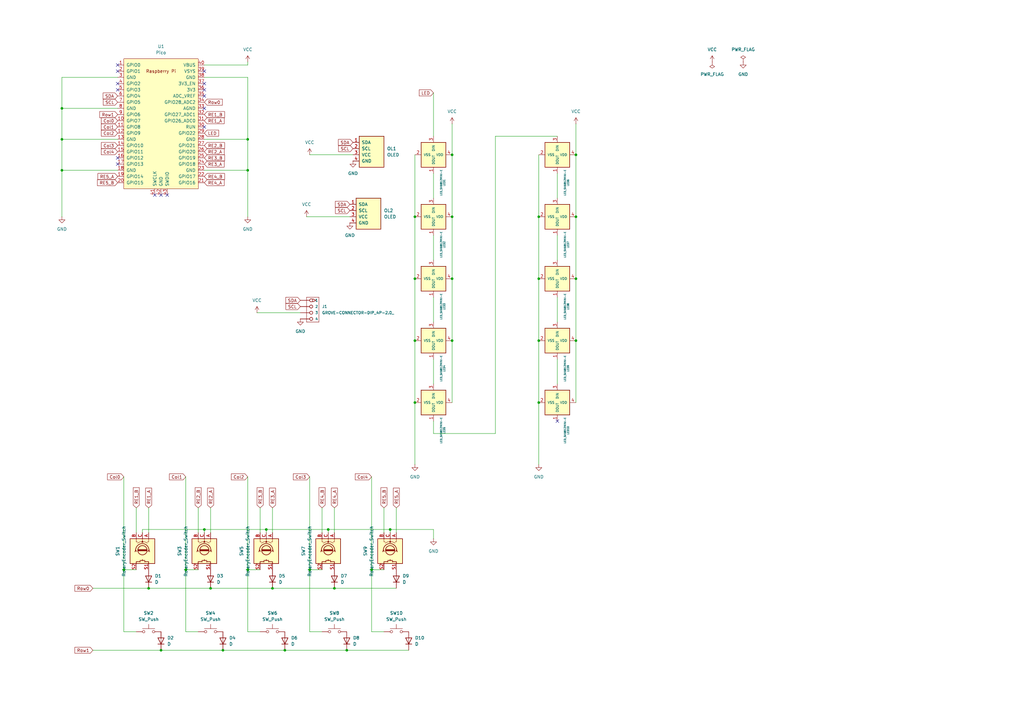
<source format=kicad_sch>
(kicad_sch (version 20231120) (generator "eeschema") (generator_version "8.0")
  (paper "A3")
  (lib_symbols
    (symbol "BrownSugar_KBD:OLED" (pin_names (offset 1.016))
      (property "Reference" "OL" (at 0 7.62 0))
      (property "Value" "OLED" (at 0 -7.62 0))
      (symbol "OLED_0_1"
        (rectangle (start -5.08 6.35) (end 5.08 -6.35) (stroke (width 0.254)) (fill (type background)))
      )
      (symbol "OLED_1_1"
        (pin bidirectional line (at -7.62 3.81 0) (length 2.54) (name "SDA") (number "1"))
        (pin bidirectional line (at -7.62 1.27 0) (length 2.54) (name "SCL") (number "2"))
        (pin power_in line (at -7.62 -1.27 0) (length 2.54) (name "VCC") (number "3"))
        (pin power_in line (at -7.62 -3.81 0) (length 2.54) (name "GND") (number "4"))
      )
    )
    (symbol "Device:D" (pin_numbers hide) (pin_names (offset 1.016) hide)
      (property "Reference" "D" (at 0 2.54 0))
      (property "Value" "D" (at 0 -2.54 0))
      (symbol "D_0_1"
        (polyline (pts (xy -1.27 1.27) (xy -1.27 -1.27)) (stroke (width 0.254)))
        (polyline (pts (xy 1.27 0) (xy -1.27 0)))
        (polyline (pts (xy 1.27 1.27) (xy 1.27 -1.27) (xy -1.27 0) (xy 1.27 1.27)) (stroke (width 0.254)))
      )
      (symbol "D_1_1"
        (pin passive line (at -3.81 0 0) (length 2.54) (name "K") (number "1"))
        (pin passive line (at 3.81 0 180) (length 2.54) (name "A") (number "2"))
      )
    )
    (symbol "Device:RotaryEncoder_Switch" (pin_names (offset 0.254) hide)
      (property "Reference" "SW" (at 0 6.604 0))
      (property "Value" "RotaryEncoder_Switch" (at 0 -6.604 0))
      (symbol "RotaryEncoder_Switch_0_1"
        (rectangle (start -5.08 5.08) (end 5.08 -5.08) (stroke (width 0.254)) (fill (type background)))
        (circle (center -3.81 0) (radius 0.254) (fill (type outline)))
        (circle (center -0.381 0) (radius 1.905) (stroke (width 0.254)))
        (arc (start -0.381 2.667) (mid -3.0988 -0.0635) (end -0.381 -2.794) (stroke (width 0.254)))
        (polyline (pts (xy -0.635 -1.778) (xy -0.635 1.778)) (stroke (width 0.254)))
        (polyline (pts (xy -0.381 -1.778) (xy -0.381 1.778)) (stroke (width 0.254)))
        (polyline (pts (xy -0.127 1.778) (xy -0.127 -1.778)) (stroke (width 0.254)))
        (polyline (pts (xy 3.81 0) (xy 3.429 0)) (stroke (width 0.254)))
        (polyline (pts (xy 3.81 1.016) (xy 3.81 -1.016)) (stroke (width 0.254)))
        (polyline (pts (xy -5.08 -2.54) (xy -3.81 -2.54) (xy -3.81 -2.032)))
        (polyline (pts (xy -5.08 2.54) (xy -3.81 2.54) (xy -3.81 2.032)))
        (polyline (pts (xy 0.254 -3.048) (xy -0.508 -2.794) (xy 0.127 -2.413)) (stroke (width 0.254)))
        (polyline (pts (xy 0.254 2.921) (xy -0.508 2.667) (xy 0.127 2.286)) (stroke (width 0.254)))
        (polyline (pts (xy 5.08 -2.54) (xy 4.318 -2.54) (xy 4.318 -1.016)) (stroke (width 0.254)))
        (polyline (pts (xy 5.08 2.54) (xy 4.318 2.54) (xy 4.318 1.016)) (stroke (width 0.254)))
        (polyline (pts (xy -5.08 0) (xy -3.81 0) (xy -3.81 -1.016) (xy -3.302 -2.032)))
        (polyline (pts (xy -4.318 0) (xy -3.81 0) (xy -3.81 1.016) (xy -3.302 2.032)))
        (circle (center 4.318 -1.016) (radius 0.127) (stroke (width 0.254)))
        (circle (center 4.318 1.016) (radius 0.127) (stroke (width 0.254)))
      )
      (symbol "RotaryEncoder_Switch_1_1"
        (pin passive line (at -7.62 2.54 0) (length 2.54) (name "A") (number "A"))
        (pin passive line (at -7.62 -2.54 0) (length 2.54) (name "B") (number "B"))
        (pin passive line (at -7.62 0 0) (length 2.54) (name "C") (number "C"))
        (pin passive line (at 7.62 2.54 180) (length 2.54) (name "S1") (number "S1"))
        (pin passive line (at 7.62 -2.54 180) (length 2.54) (name "S2") (number "S2"))
      )
    )
    (symbol "OPL_Connector:GROVE-CONNECTOR-DIP_4P-2.0_" (pin_numbers hide) (pin_names (offset 1.016))
      (property "Reference" "J" (at -6.35 6.35 0))
      (property "Value" "GROVE-CONNECTOR-DIP_4P-2.0_" (at 0 6.35 0))
      (symbol "GROVE-CONNECTOR-DIP_4P-2.0__1_0"
        (polyline (pts (xy -1.27 -5.08) (xy -1.27 5.08)))
        (polyline (pts (xy -1.27 5.08) (xy 3.81 5.08)))
        (polyline (pts (xy 3.81 -5.08) (xy -1.27 -5.08)))
        (polyline (pts (xy 3.81 5.08) (xy 3.81 -5.08)))
      )
      (symbol "GROVE-CONNECTOR-DIP_4P-2.0__1_1"
        (pin bidirectional inverted_clock (at -3.81 3.81 0) (length 5.08) (name "1") (number "1"))
        (pin bidirectional inverted (at -3.81 1.27 0) (length 5.08) (name "2") (number "2"))
        (pin bidirectional inverted (at -3.81 -1.27 0) (length 5.08) (name "3") (number "3"))
        (pin bidirectional inverted (at -3.81 -3.81 0) (length 5.08) (name "4") (number "4"))
      )
    )
    (symbol "RPi_Pico:Pico" (pin_names (offset 1.016))
      (property "Reference" "U" (at -13.97 27.94 0))
      (property "Value" "Pico" (at 0 19.05 0))
      (symbol "Pico_0_0"
        (text "Raspberry Pi" (at 0 21.59 0) (effects (font (size 1.27 1.27))))
      )
      (symbol "Pico_0_1"
        (rectangle (start -15.24 26.67) (end 15.24 -26.67) (fill (type background)))
      )
      (symbol "Pico_1_1"
        (pin bidirectional line (at -17.78 24.13 0) (length 2.54) (name "GPIO0") (number "1"))
        (pin bidirectional line (at -17.78 1.27 0) (length 2.54) (name "GPIO7") (number "10"))
        (pin bidirectional line (at -17.78 -1.27 0) (length 2.54) (name "GPIO8") (number "11"))
        (pin bidirectional line (at -17.78 -3.81 0) (length 2.54) (name "GPIO9") (number "12"))
        (pin power_in line (at -17.78 -6.35 0) (length 2.54) (name "GND") (number "13"))
        (pin bidirectional line (at -17.78 -8.89 0) (length 2.54) (name "GPIO10") (number "14"))
        (pin bidirectional line (at -17.78 -11.43 0) (length 2.54) (name "GPIO11") (number "15"))
        (pin bidirectional line (at -17.78 -13.97 0) (length 2.54) (name "GPIO12") (number "16"))
        (pin bidirectional line (at -17.78 -16.51 0) (length 2.54) (name "GPIO13") (number "17"))
        (pin power_in line (at -17.78 -19.05 0) (length 2.54) (name "GND") (number "18"))
        (pin bidirectional line (at -17.78 -21.59 0) (length 2.54) (name "GPIO14") (number "19"))
        (pin bidirectional line (at -17.78 21.59 0) (length 2.54) (name "GPIO1") (number "2"))
        (pin bidirectional line (at -17.78 -24.13 0) (length 2.54) (name "GPIO15") (number "20"))
        (pin bidirectional line (at 17.78 -24.13 180) (length 2.54) (name "GPIO16") (number "21"))
        (pin bidirectional line (at 17.78 -21.59 180) (length 2.54) (name "GPIO17") (number "22"))
        (pin power_in line (at 17.78 -19.05 180) (length 2.54) (name "GND") (number "23"))
        (pin bidirectional line (at 17.78 -16.51 180) (length 2.54) (name "GPIO18") (number "24"))
        (pin bidirectional line (at 17.78 -13.97 180) (length 2.54) (name "GPIO19") (number "25"))
        (pin bidirectional line (at 17.78 -11.43 180) (length 2.54) (name "GPIO20") (number "26"))
        (pin bidirectional line (at 17.78 -8.89 180) (length 2.54) (name "GPIO21") (number "27"))
        (pin power_in line (at 17.78 -6.35 180) (length 2.54) (name "GND") (number "28"))
        (pin bidirectional line (at 17.78 -3.81 180) (length 2.54) (name "GPIO22") (number "29"))
        (pin power_in line (at -17.78 19.05 0) (length 2.54) (name "GND") (number "3"))
        (pin input line (at 17.78 -1.27 180) (length 2.54) (name "RUN") (number "30"))
        (pin bidirectional line (at 17.78 1.27 180) (length 2.54) (name "GPIO26_ADC0") (number "31"))
        (pin bidirectional line (at 17.78 3.81 180) (length 2.54) (name "GPIO27_ADC1") (number "32"))
        (pin power_in line (at 17.78 6.35 180) (length 2.54) (name "AGND") (number "33"))
        (pin bidirectional line (at 17.78 8.89 180) (length 2.54) (name "GPIO28_ADC2") (number "34"))
        (pin unspecified line (at 17.78 11.43 180) (length 2.54) (name "ADC_VREF") (number "35"))
        (pin unspecified line (at 17.78 13.97 180) (length 2.54) (name "3V3") (number "36"))
        (pin input line (at 17.78 16.51 180) (length 2.54) (name "3V3_EN") (number "37"))
        (pin bidirectional line (at 17.78 19.05 180) (length 2.54) (name "GND") (number "38"))
        (pin unspecified line (at 17.78 21.59 180) (length 2.54) (name "VSYS") (number "39"))
        (pin bidirectional line (at -17.78 16.51 0) (length 2.54) (name "GPIO2") (number "4"))
        (pin unspecified line (at 17.78 24.13 180) (length 2.54) (name "VBUS") (number "40"))
        (pin input line (at -2.54 -29.21 90) (length 2.54) (name "SWCLK") (number "41"))
        (pin power_in line (at 0 -29.21 90) (length 2.54) (name "GND") (number "42"))
        (pin bidirectional line (at 2.54 -29.21 90) (length 2.54) (name "SWDIO") (number "43"))
        (pin bidirectional line (at -17.78 13.97 0) (length 2.54) (name "GPIO3") (number "5"))
        (pin bidirectional line (at -17.78 11.43 0) (length 2.54) (name "GPIO4") (number "6"))
        (pin bidirectional line (at -17.78 8.89 0) (length 2.54) (name "GPIO5") (number "7"))
        (pin power_in line (at -17.78 6.35 0) (length 2.54) (name "GND") (number "8"))
        (pin bidirectional line (at -17.78 3.81 0) (length 2.54) (name "GPIO6") (number "9"))
      )
    )
    (symbol "Salicylic_kbd:LED_SK6812MINI-E" (pin_names (offset 1.016))
      (property "Reference" "LED" (at 5.08 -10.16 0))
      (property "Value" "LED_SK6812MINI-E" (at 8.89 -8.89 0))
      (symbol "LED_SK6812MINI-E_0_1"
        (rectangle (start -5.08 5.08) (end 5.08 -5.08) (stroke (width 0.254)) (fill (type background)))
      )
      (symbol "LED_SK6812MINI-E_1_1"
        (pin output line (at 7.62 0 180) (length 2.54) (name "DOUT") (number "1"))
        (pin power_in line (at 0 -7.62 90) (length 2.54) (name "VSS") (number "2"))
        (pin input line (at -7.62 0 0) (length 2.54) (name "DIN") (number "3"))
        (pin power_in line (at 0 7.62 270) (length 2.54) (name "VDD") (number "4"))
      )
    )
    (symbol "Switch:SW_Push" (pin_numbers hide) (pin_names (offset 1.016) hide)
      (property "Reference" "SW" (at 1.27 2.54 0))
      (property "Value" "SW_Push" (at 0 -1.524 0))
      (symbol "SW_Push_0_1"
        (circle (center -2.032 0) (radius 0.508))
        (polyline (pts (xy 0 1.27) (xy 0 3.048)))
        (polyline (pts (xy 2.54 1.27) (xy -2.54 1.27)))
        (circle (center 2.032 0) (radius 0.508))
        (pin passive line (at -5.08 0 0) (length 2.54) (name "1") (number "1"))
        (pin passive line (at 5.08 0 180) (length 2.54) (name "2") (number "2"))
      )
    )
    (symbol "power:GND" (power) (pin_numbers hide) (pin_names (offset 0) hide)
      (property "Value" "GND" (at 0 -3.81 0))
      (symbol "GND_0_1"
        (polyline (pts (xy 0 0) (xy 0 -1.27) (xy 1.27 -1.27) (xy 0 -2.54) (xy -1.27 -1.27) (xy 0 -1.27)))
      )
      (symbol "GND_1_1"
        (pin power_in line (at 0 0 270) (length 0) (name "~") (number "1"))
      )
    )
    (symbol "power:PWR_FLAG" (power) (pin_numbers hide) (pin_names (offset 0) hide)
      (property "Value" "PWR_FLAG" (at 0 3.81 0))
      (symbol "PWR_FLAG_0_0"
        (pin power_out line (at 0 0 90) (length 0) (name "~") (number "1"))
      )
      (symbol "PWR_FLAG_0_1"
        (polyline (pts (xy 0 0) (xy 0 1.27) (xy -1.016 1.905) (xy 0 2.54) (xy 1.016 1.905) (xy 0 1.27)))
      )
    )
    (symbol "power:VCC" (power) (pin_numbers hide) (pin_names (offset 0) hide)
      (property "Value" "VCC" (at 0 3.556 0))
      (symbol "VCC_0_1"
        (polyline (pts (xy -0.762 1.27) (xy 0 2.54)))
        (polyline (pts (xy 0 0) (xy 0 2.54)))
        (polyline (pts (xy 0 2.54) (xy 0.762 1.27)))
      )
      (symbol "VCC_1_1"
        (pin power_in line (at 0 0 90) (length 0) (name "~") (number "1"))
      )
    )
  )
  (junction (at 86.36 241.3))
  (junction (at 236.22 63.5))
  (junction (at 111.76 241.3))
  (junction (at 25.4 57.15))
  (junction (at 220.98 165.1))
  (junction (at 185.42 114.3))
  (junction (at 66.04 266.7))
  (junction (at 101.6 57.15))
  (junction (at 60.96 241.3))
  (junction (at 101.6 69.85))
  (junction (at 185.42 63.5))
  (junction (at 83.82 217.17))
  (junction (at 116.84 266.7))
  (junction (at 134.62 217.17))
  (junction (at 137.16 241.3))
  (junction (at 91.44 266.7))
  (junction (at 185.42 139.7))
  (junction (at 170.18 88.9))
  (junction (at 142.24 266.7))
  (junction (at 127 233.68))
  (junction (at 236.22 114.3))
  (junction (at 236.22 88.9))
  (junction (at 50.8 233.68))
  (junction (at 170.18 114.3))
  (junction (at 170.18 139.7))
  (junction (at 170.18 165.1))
  (junction (at 185.42 88.9))
  (junction (at 220.98 139.7))
  (junction (at 76.2 233.68))
  (junction (at 101.6 233.68))
  (junction (at 25.4 44.45))
  (junction (at 220.98 88.9))
  (junction (at 25.4 69.85))
  (junction (at 152.4 233.68))
  (junction (at 109.22 217.17))
  (junction (at 160.02 217.17))
  (junction (at 236.22 139.7))
  (junction (at 220.98 114.3))
  (no_connect (at 83.82 29.21))
  (no_connect (at 48.26 36.83))
  (no_connect (at 66.04 80.01))
  (no_connect (at 83.82 34.29))
  (no_connect (at 83.82 44.45))
  (no_connect (at 48.26 34.29))
  (no_connect (at 48.26 29.21))
  (no_connect (at 68.58 80.01))
  (no_connect (at 63.5 80.01))
  (no_connect (at 48.26 67.31))
  (no_connect (at 83.82 52.07))
  (no_connect (at 228.6 172.72))
  (no_connect (at 48.26 64.77))
  (no_connect (at 83.82 39.37))
  (no_connect (at 83.82 36.83))
  (no_connect (at 48.26 26.67))
  (wire (pts (xy 50.8 233.68) (xy 55.88 233.68)))
  (wire (pts (xy 50.8 195.58) (xy 50.8 233.68)))
  (wire (pts (xy 125.73 88.9) (xy 143.51 88.9)))
  (wire (pts (xy 185.42 139.7) (xy 185.42 114.3)))
  (wire (pts (xy 48.26 31.75) (xy 25.4 31.75)))
  (wire (pts (xy 83.82 57.15) (xy 101.6 57.15)))
  (wire (pts (xy 25.4 69.85) (xy 48.26 69.85)))
  (wire (pts (xy 58.42 217.17) (xy 83.82 217.17)))
  (wire (pts (xy 25.4 31.75) (xy 25.4 44.45)))
  (wire (pts (xy 152.4 259.08) (xy 157.48 259.08)))
  (wire (pts (xy 76.2 195.58) (xy 76.2 233.68)))
  (wire (pts (xy 177.8 172.72) (xy 177.8 177.8)))
  (wire (pts (xy 170.18 165.1) (xy 170.18 190.5)))
  (wire (pts (xy 105.41 128.27) (xy 123.19 128.27)))
  (wire (pts (xy 228.6 147.32) (xy 228.6 157.48)))
  (wire (pts (xy 185.42 165.1) (xy 185.42 139.7)))
  (wire (pts (xy 25.4 57.15) (xy 48.26 57.15)))
  (wire (pts (xy 236.22 88.9) (xy 236.22 114.3)))
  (wire (pts (xy 101.6 195.58) (xy 101.6 233.68)))
  (wire (pts (xy 101.6 69.85) (xy 101.6 88.9)))
  (wire (pts (xy 127 195.58) (xy 127 233.68)))
  (wire (pts (xy 228.6 71.12) (xy 228.6 81.28)))
  (wire (pts (xy 220.98 63.5) (xy 220.98 88.9)))
  (wire (pts (xy 38.1 266.7) (xy 66.04 266.7)))
  (wire (pts (xy 137.16 241.3) (xy 162.56 241.3)))
  (wire (pts (xy 116.84 266.7) (xy 142.24 266.7)))
  (wire (pts (xy 109.22 218.44) (xy 109.22 217.17)))
  (wire (pts (xy 127 233.68) (xy 127 259.08)))
  (wire (pts (xy 106.68 208.28) (xy 106.68 218.44)))
  (wire (pts (xy 185.42 88.9) (xy 185.42 114.3)))
  (wire (pts (xy 66.04 266.7) (xy 91.44 266.7)))
  (wire (pts (xy 101.6 233.68) (xy 106.68 233.68)))
  (wire (pts (xy 132.08 208.28) (xy 132.08 218.44)))
  (wire (pts (xy 58.42 218.44) (xy 58.42 217.17)))
  (wire (pts (xy 38.1 241.3) (xy 60.96 241.3)))
  (wire (pts (xy 228.6 96.52) (xy 228.6 106.68)))
  (wire (pts (xy 83.82 69.85) (xy 101.6 69.85)))
  (wire (pts (xy 160.02 217.17) (xy 160.02 218.44)))
  (wire (pts (xy 86.36 241.3) (xy 111.76 241.3)))
  (wire (pts (xy 236.22 139.7) (xy 236.22 114.3)))
  (wire (pts (xy 83.82 218.44) (xy 83.82 217.17)))
  (wire (pts (xy 83.82 26.67) (xy 101.6 26.67)))
  (wire (pts (xy 185.42 63.5) (xy 185.42 88.9)))
  (wire (pts (xy 134.62 218.44) (xy 134.62 217.17)))
  (wire (pts (xy 177.8 217.17) (xy 160.02 217.17)))
  (wire (pts (xy 111.76 208.28) (xy 111.76 218.44)))
  (wire (pts (xy 101.6 31.75) (xy 101.6 57.15)))
  (wire (pts (xy 83.82 31.75) (xy 101.6 31.75)))
  (wire (pts (xy 134.62 217.17) (xy 160.02 217.17)))
  (wire (pts (xy 25.4 44.45) (xy 25.4 57.15)))
  (wire (pts (xy 137.16 208.28) (xy 137.16 218.44)))
  (wire (pts (xy 101.6 233.68) (xy 101.6 259.08)))
  (wire (pts (xy 162.56 208.28) (xy 162.56 218.44)))
  (wire (pts (xy 76.2 233.68) (xy 76.2 259.08)))
  (wire (pts (xy 86.36 208.28) (xy 86.36 218.44)))
  (wire (pts (xy 177.8 147.32) (xy 177.8 157.48)))
  (wire (pts (xy 177.8 177.8) (xy 203.2 177.8)))
  (wire (pts (xy 55.88 208.28) (xy 55.88 218.44)))
  (wire (pts (xy 170.18 63.5) (xy 170.18 88.9)))
  (wire (pts (xy 101.6 57.15) (xy 101.6 69.85)))
  (wire (pts (xy 25.4 69.85) (xy 25.4 88.9)))
  (wire (pts (xy 76.2 259.08) (xy 81.28 259.08)))
  (wire (pts (xy 177.8 121.92) (xy 177.8 132.08)))
  (wire (pts (xy 60.96 241.3) (xy 86.36 241.3)))
  (wire (pts (xy 157.48 208.28) (xy 157.48 218.44)))
  (wire (pts (xy 185.42 50.8) (xy 185.42 63.5)))
  (wire (pts (xy 220.98 139.7) (xy 220.98 165.1)))
  (wire (pts (xy 142.24 266.7) (xy 167.64 266.7)))
  (wire (pts (xy 170.18 88.9) (xy 170.18 114.3)))
  (wire (pts (xy 236.22 165.1) (xy 236.22 139.7)))
  (wire (pts (xy 50.8 233.68) (xy 50.8 259.08)))
  (wire (pts (xy 83.82 217.17) (xy 109.22 217.17)))
  (wire (pts (xy 101.6 26.67) (xy 101.6 25.4)))
  (wire (pts (xy 127 233.68) (xy 132.08 233.68)))
  (wire (pts (xy 101.6 259.08) (xy 106.68 259.08)))
  (wire (pts (xy 152.4 195.58) (xy 152.4 233.68)))
  (wire (pts (xy 25.4 44.45) (xy 48.26 44.45)))
  (wire (pts (xy 228.6 121.92) (xy 228.6 132.08)))
  (wire (pts (xy 109.22 217.17) (xy 134.62 217.17)))
  (wire (pts (xy 177.8 71.12) (xy 177.8 81.28)))
  (wire (pts (xy 203.2 177.8) (xy 203.2 55.88)))
  (wire (pts (xy 111.76 241.3) (xy 137.16 241.3)))
  (wire (pts (xy 236.22 50.8) (xy 236.22 63.5)))
  (wire (pts (xy 236.22 63.5) (xy 236.22 88.9)))
  (wire (pts (xy 127 63.5) (xy 144.78 63.5)))
  (wire (pts (xy 220.98 114.3) (xy 220.98 139.7)))
  (wire (pts (xy 220.98 165.1) (xy 220.98 190.5)))
  (wire (pts (xy 170.18 139.7) (xy 170.18 165.1)))
  (wire (pts (xy 25.4 57.15) (xy 25.4 69.85)))
  (wire (pts (xy 76.2 233.68) (xy 81.28 233.68)))
  (wire (pts (xy 177.8 96.52) (xy 177.8 106.68)))
  (wire (pts (xy 91.44 266.7) (xy 116.84 266.7)))
  (wire (pts (xy 177.8 38.1) (xy 177.8 55.88)))
  (wire (pts (xy 170.18 114.3) (xy 170.18 139.7)))
  (wire (pts (xy 203.2 55.88) (xy 228.6 55.88)))
  (wire (pts (xy 81.28 218.44) (xy 81.28 208.28)))
  (wire (pts (xy 50.8 259.08) (xy 55.88 259.08)))
  (wire (pts (xy 177.8 220.98) (xy 177.8 217.17)))
  (wire (pts (xy 152.4 233.68) (xy 157.48 233.68)))
  (wire (pts (xy 220.98 88.9) (xy 220.98 114.3)))
  (wire (pts (xy 152.4 233.68) (xy 152.4 259.08)))
  (wire (pts (xy 60.96 208.28) (xy 60.96 218.44)))
  (wire (pts (xy 127 259.08) (xy 132.08 259.08)))
  (global_label "Col3" (shape input) (at 48.26 59.69 180) (property "Intersheetrefs" "${INTERSHEET_REFS}" (effects (hide yes))))
  (global_label "SCL" (shape input) (at 143.51 86.36 180) (property "Intersheetrefs" "${INTERSHEET_REFS}" (effects (hide yes))))
  (global_label "Col0" (shape input) (at 48.26 49.53 180) (property "Intersheetrefs" "${INTERSHEET_REFS}" (effects (hide yes))))
  (global_label "RE5_B" (shape input) (at 48.26 74.93 180) (property "Intersheetrefs" "${INTERSHEET_REFS}" (effects (hide yes))))
  (global_label "SDA" (shape input) (at 48.26 39.37 180) (property "Intersheetrefs" "${INTERSHEET_REFS}" (effects (hide yes))))
  (global_label "Row1" (shape input) (at 38.1 266.7 180) (property "Intersheetrefs" "${INTERSHEET_REFS}" (effects (hide yes))))
  (global_label "Col0" (shape input) (at 50.8 195.58 180) (property "Intersheetrefs" "${INTERSHEET_REFS}" (effects (hide yes))))
  (global_label "Row0" (shape input) (at 38.1 241.3 180) (property "Intersheetrefs" "${INTERSHEET_REFS}" (effects (hide yes))))
  (global_label "Row1" (shape input) (at 48.26 46.99 180) (property "Intersheetrefs" "${INTERSHEET_REFS}" (effects (hide yes))))
  (global_label "SCL" (shape input) (at 48.26 41.91 180) (property "Intersheetrefs" "${INTERSHEET_REFS}" (effects (hide yes))))
  (global_label "RE3_A" (shape input) (at 83.82 67.31 0) (property "Intersheetrefs" "${INTERSHEET_REFS}" (effects (hide yes))))
  (global_label "Col2" (shape input) (at 48.26 54.61 180) (property "Intersheetrefs" "${INTERSHEET_REFS}" (effects (hide yes))))
  (global_label "SDA" (shape input) (at 143.51 83.82 180) (property "Intersheetrefs" "${INTERSHEET_REFS}" (effects (hide yes))))
  (global_label "RE3_A" (shape input) (at 111.76 208.28 90) (property "Intersheetrefs" "${INTERSHEET_REFS}" (effects (hide yes))))
  (global_label "SDA" (shape input) (at 123.19 123.19 180) (property "Intersheetrefs" "${INTERSHEET_REFS}" (effects (hide yes))))
  (global_label "RE3_B" (shape input) (at 83.82 64.77 0) (property "Intersheetrefs" "${INTERSHEET_REFS}" (effects (hide yes))))
  (global_label "Col4" (shape input) (at 152.4 195.58 180) (property "Intersheetrefs" "${INTERSHEET_REFS}" (effects (hide yes))))
  (global_label "RE4_A" (shape input) (at 83.82 74.93 0) (property "Intersheetrefs" "${INTERSHEET_REFS}" (effects (hide yes))))
  (global_label "Col3" (shape input) (at 127 195.58 180) (property "Intersheetrefs" "${INTERSHEET_REFS}" (effects (hide yes))))
  (global_label "Col4" (shape input) (at 48.26 62.23 180) (property "Intersheetrefs" "${INTERSHEET_REFS}" (effects (hide yes))))
  (global_label "LED" (shape input) (at 83.82 54.61 0) (property "Intersheetrefs" "${INTERSHEET_REFS}" (effects (hide yes))))
  (global_label "Col1" (shape input) (at 76.2 195.58 180) (property "Intersheetrefs" "${INTERSHEET_REFS}" (effects (hide yes))))
  (global_label "Row0" (shape input) (at 83.82 41.91 0) (property "Intersheetrefs" "${INTERSHEET_REFS}" (effects (hide yes))))
  (global_label "RE1_B" (shape input) (at 55.88 208.28 90) (property "Intersheetrefs" "${INTERSHEET_REFS}" (effects (hide yes))))
  (global_label "SDA" (shape input) (at 144.78 58.42 180) (property "Intersheetrefs" "${INTERSHEET_REFS}" (effects (hide yes))))
  (global_label "SCL" (shape input) (at 123.19 125.73 180) (property "Intersheetrefs" "${INTERSHEET_REFS}" (effects (hide yes))))
  (global_label "RE5_A" (shape input) (at 162.56 208.28 90) (property "Intersheetrefs" "${INTERSHEET_REFS}" (effects (hide yes))))
  (global_label "RE4_A" (shape input) (at 137.16 208.28 90) (property "Intersheetrefs" "${INTERSHEET_REFS}" (effects (hide yes))))
  (global_label "RE5_B" (shape input) (at 157.48 208.28 90) (property "Intersheetrefs" "${INTERSHEET_REFS}" (effects (hide yes))))
  (global_label "RE1_B" (shape input) (at 83.82 46.99 0) (property "Intersheetrefs" "${INTERSHEET_REFS}" (effects (hide yes))))
  (global_label "RE4_B" (shape input) (at 83.82 72.39 0) (property "Intersheetrefs" "${INTERSHEET_REFS}" (effects (hide yes))))
  (global_label "RE2_B" (shape input) (at 83.82 59.69 0) (property "Intersheetrefs" "${INTERSHEET_REFS}" (effects (hide yes))))
  (global_label "Col1" (shape input) (at 48.26 52.07 180) (property "Intersheetrefs" "${INTERSHEET_REFS}" (effects (hide yes))))
  (global_label "RE2_A" (shape input) (at 83.82 62.23 0) (property "Intersheetrefs" "${INTERSHEET_REFS}" (effects (hide yes))))
  (global_label "RE1_A" (shape input) (at 83.82 49.53 0) (property "Intersheetrefs" "${INTERSHEET_REFS}" (effects (hide yes))))
  (global_label "Col2" (shape input) (at 101.6 195.58 180) (property "Intersheetrefs" "${INTERSHEET_REFS}" (effects (hide yes))))
  (global_label "RE4_B" (shape input) (at 132.08 208.28 90) (property "Intersheetrefs" "${INTERSHEET_REFS}" (effects (hide yes))))
  (global_label "RE2_A" (shape input) (at 86.36 208.28 90) (property "Intersheetrefs" "${INTERSHEET_REFS}" (effects (hide yes))))
  (global_label "RE5_A" (shape input) (at 48.26 72.39 180) (property "Intersheetrefs" "${INTERSHEET_REFS}" (effects (hide yes))))
  (global_label "LED" (shape input) (at 177.8 38.1 180) (property "Intersheetrefs" "${INTERSHEET_REFS}" (effects (hide yes))))
  (global_label "RE2_B" (shape input) (at 81.28 208.28 90) (property "Intersheetrefs" "${INTERSHEET_REFS}" (effects (hide yes))))
  (global_label "SCL" (shape input) (at 144.78 60.96 180) (property "Intersheetrefs" "${INTERSHEET_REFS}" (effects (hide yes))))
  (global_label "RE1_A" (shape input) (at 60.96 208.28 90) (property "Intersheetrefs" "${INTERSHEET_REFS}" (effects (hide yes))))
  (global_label "RE3_B" (shape input) (at 106.68 208.28 90) (property "Intersheetrefs" "${INTERSHEET_REFS}" (effects (hide yes))))
  (symbol (lib_id "Salicylic_kbd:LED_SK6812MINI-E") (at 228.6 114.3 270) (unit 1)
    (property "Reference" "LED8" (at 233.0135 125.73 0) (effects (font (size 0.7366 0.7366))))
    (property "Value" "LED_SK6812MINI-E" (at 231.7435 125.73 0) (effects (font (size 0.7366 0.7366))))
    (property "Footprint" "BrownSugar_KBD:RGBLED_SK6812MINI-E" (effects (hide yes)))
  )
  (symbol (lib_id "Salicylic_kbd:LED_SK6812MINI-E") (at 228.6 165.1 270) (unit 1)
    (property "Reference" "LED10" (at 233.0135 176.53 0) (effects (font (size 0.7366 0.7366))))
    (property "Value" "LED_SK6812MINI-E" (at 231.7435 176.53 0) (effects (font (size 0.7366 0.7366))))
    (property "Footprint" "BrownSugar_KBD:RGBLED_SK6812MINI-E" (effects (hide yes)))
  )
  (symbol (lib_id "power:GND") (at 25.4 88.9 0) (unit 1)
    (property "Reference" "#PWR03" (effects (hide yes)))
    (property "Value" "GND" (at 25.4 93.98 0))
    (property "Description" "Power symbol creates a global label with name \"GND\" , ground" (effects (hide yes)))
  )
  (symbol (lib_id "OPL_Connector:GROVE-CONNECTOR-DIP_4P-2.0_") (at 127 127 0) (unit 1)
    (property "Reference" "J1" (at 132.08 125.73 0) (effects (font (size 1.143 1.143)) (justify left)))
    (property "Value" "GROVE-CONNECTOR-DIP_4P-2.0_" (at 132.08 128.27 0) (effects (font (size 1.143 1.143)) (justify left)))
    (property "Footprint" "OPL_Connector:GROVE-HW4-2.0" (effects (hide yes)))
    (property "SKU" "320110033" (effects (hide yes)))
  )
  (symbol (lib_id "Salicylic_kbd:LED_SK6812MINI-E") (at 228.6 63.5 270) (unit 1)
    (property "Reference" "LED6" (at 233.0135 74.93 0) (effects (font (size 0.7366 0.7366))))
    (property "Value" "LED_SK6812MINI-E" (at 231.7435 74.93 0) (effects (font (size 0.7366 0.7366))))
    (property "Footprint" "BrownSugar_KBD:RGBLED_SK6812MINI-E" (effects (hide yes)))
  )
  (symbol (lib_id "Switch:SW_Push") (at 86.36 259.08 0) (mirror y) (unit 1)
    (property "Reference" "SW4" (at 86.36 251.46 0))
    (property "Value" "SW_Push" (at 86.36 254 0))
    (property "Footprint" "kbd_SW:Choc_Hotswap_1u" (effects (hide yes)))
    (property "Description" "Push button switch, generic, two pins" (effects (hide yes)))
  )
  (symbol (lib_id "power:GND") (at 144.78 66.04 0) (unit 1)
    (property "Reference" "#PWR06" (effects (hide yes)))
    (property "Value" "GND" (at 144.78 71.12 0))
    (property "Description" "Power symbol creates a global label with name \"GND\" , ground" (effects (hide yes)))
  )
  (symbol (lib_id "power:PWR_FLAG") (at 292.1 25.4 180) (unit 1)
    (property "Reference" "#FLG01" (effects (hide yes)))
    (property "Value" "PWR_FLAG" (at 292.1 30.48 0))
    (property "Description" "Special symbol for telling ERC where power comes from" (effects (hide yes)))
  )
  (symbol (lib_id "Switch:SW_Push") (at 162.56 259.08 0) (mirror y) (unit 1)
    (property "Reference" "SW10" (at 162.56 251.46 0))
    (property "Value" "SW_Push" (at 162.56 254 0))
    (property "Footprint" "kbd_SW:Choc_Hotswap_1u" (effects (hide yes)))
    (property "Description" "Push button switch, generic, two pins" (effects (hide yes)))
  )
  (symbol (lib_id "Salicylic_kbd:LED_SK6812MINI-E") (at 177.8 63.5 270) (unit 1)
    (property "Reference" "LED1" (at 182.2135 74.93 0) (effects (font (size 0.7366 0.7366))))
    (property "Value" "LED_SK6812MINI-E" (at 180.9435 74.93 0) (effects (font (size 0.7366 0.7366))))
    (property "Footprint" "BrownSugar_KBD:RGBLED_SK6812MINI-E" (effects (hide yes)))
  )
  (symbol (lib_id "BrownSugar_KBD:OLED") (at 151.13 87.63 0) (unit 1)
    (property "Reference" "OL2" (at 157.48 86.3599 0) (effects (justify left)))
    (property "Value" "OLED" (at 157.48 88.8999 0) (effects (justify left)))
    (property "Footprint" "kbd_Parts:OLED" (effects (hide yes)))
  )
  (symbol (lib_id "power:VCC") (at 125.73 88.9 0) (unit 1)
    (property "Reference" "#PWR08" (effects (hide yes)))
    (property "Value" "VCC" (at 125.73 83.82 0))
    (property "Description" "Power symbol creates a global label with name \"VCC\"" (effects (hide yes)))
  )
  (symbol (lib_id "Device:D") (at 66.04 262.89 90) (unit 1)
    (property "Reference" "D2" (at 68.58 261.6199 90) (effects (justify right)))
    (property "Value" "D" (at 68.58 264.1599 90) (effects (justify right)))
    (property "Footprint" "kbd_Parts:Diode_SMD" (effects (hide yes)))
    (property "Description" "Diode" (effects (hide yes)))
    (property "Sim.Device" "D" (effects (hide yes)))
    (property "Sim.Pins" "1=K 2=A" (effects (hide yes)))
  )
  (symbol (lib_id "Salicylic_kbd:LED_SK6812MINI-E") (at 177.8 139.7 270) (unit 1)
    (property "Reference" "LED4" (at 182.2135 151.13 0) (effects (font (size 0.7366 0.7366))))
    (property "Value" "LED_SK6812MINI-E" (at 180.9435 151.13 0) (effects (font (size 0.7366 0.7366))))
    (property "Footprint" "BrownSugar_KBD:RGBLED_SK6812MINI-E" (effects (hide yes)))
  )
  (symbol (lib_id "Device:D") (at 111.76 237.49 90) (unit 1)
    (property "Reference" "D5" (at 114.3 236.2199 90) (effects (justify right)))
    (property "Value" "D" (at 114.3 238.7599 90) (effects (justify right)))
    (property "Footprint" "kbd_Parts:Diode_SMD" (effects (hide yes)))
    (property "Description" "Diode" (effects (hide yes)))
    (property "Sim.Device" "D" (effects (hide yes)))
    (property "Sim.Pins" "1=K 2=A" (effects (hide yes)))
  )
  (symbol (lib_id "Device:RotaryEncoder_Switch") (at 160.02 226.06 270) (unit 1)
    (property "Reference" "SW9" (at 149.86 226.06 0))
    (property "Value" "RotaryEncoder_Switch" (at 152.4 226.06 0))
    (property "Footprint" "kbd_Parts:RotaryEncoder_EC12E" (effects (hide yes)))
    (property "Description" "Rotary encoder, dual channel, incremental quadrate outputs, with switch" (effects (hide yes)))
  )
  (symbol (lib_id "power:VCC") (at 292.1 25.4 0) (unit 1)
    (property "Reference" "#PWR019" (effects (hide yes)))
    (property "Value" "VCC" (at 292.1 20.32 0))
    (property "Description" "Power symbol creates a global label with name \"VCC\"" (effects (hide yes)))
  )
  (symbol (lib_id "power:PWR_FLAG") (at 304.8 25.4 0) (unit 1)
    (property "Reference" "#FLG02" (effects (hide yes)))
    (property "Value" "PWR_FLAG" (at 304.8 20.32 0))
    (property "Description" "Special symbol for telling ERC where power comes from" (effects (hide yes)))
  )
  (symbol (lib_id "Device:RotaryEncoder_Switch") (at 134.62 226.06 270) (unit 1)
    (property "Reference" "SW7" (at 124.46 226.06 0))
    (property "Value" "RotaryEncoder_Switch" (at 127 226.06 0))
    (property "Footprint" "kbd_Parts:RotaryEncoder_EC12E" (effects (hide yes)))
    (property "Description" "Rotary encoder, dual channel, incremental quadrate outputs, with switch" (effects (hide yes)))
  )
  (symbol (lib_id "BrownSugar_KBD:OLED") (at 152.4 62.23 0) (unit 1)
    (property "Reference" "OL1" (at 158.75 60.9599 0) (effects (justify left)))
    (property "Value" "OLED" (at 158.75 63.4999 0) (effects (justify left)))
    (property "Footprint" "BrownSugar_KBD:OLED_center_display" (effects (hide yes)))
  )
  (symbol (lib_id "Device:D") (at 162.56 237.49 90) (unit 1)
    (property "Reference" "D9" (at 165.1 236.2199 90) (effects (justify right)))
    (property "Value" "D" (at 165.1 238.7599 90) (effects (justify right)))
    (property "Footprint" "kbd_Parts:Diode_SMD" (effects (hide yes)))
    (property "Description" "Diode" (effects (hide yes)))
    (property "Sim.Device" "D" (effects (hide yes)))
    (property "Sim.Pins" "1=K 2=A" (effects (hide yes)))
  )
  (symbol (lib_id "power:GND") (at 220.98 190.5 0) (unit 1)
    (property "Reference" "#PWR05" (effects (hide yes)))
    (property "Value" "GND" (at 220.98 195.58 0))
    (property "Description" "Power symbol creates a global label with name \"GND\" , ground" (effects (hide yes)))
  )
  (symbol (lib_id "Device:D") (at 116.84 262.89 90) (unit 1)
    (property "Reference" "D6" (at 119.38 261.6199 90) (effects (justify right)))
    (property "Value" "D" (at 119.38 264.1599 90) (effects (justify right)))
    (property "Footprint" "kbd_Parts:Diode_SMD" (effects (hide yes)))
    (property "Description" "Diode" (effects (hide yes)))
    (property "Sim.Device" "D" (effects (hide yes)))
    (property "Sim.Pins" "1=K 2=A" (effects (hide yes)))
  )
  (symbol (lib_id "Device:D") (at 137.16 237.49 90) (unit 1)
    (property "Reference" "D7" (at 139.7 236.2199 90) (effects (justify right)))
    (property "Value" "D" (at 139.7 238.7599 90) (effects (justify right)))
    (property "Footprint" "kbd_Parts:Diode_SMD" (effects (hide yes)))
    (property "Description" "Diode" (effects (hide yes)))
    (property "Sim.Device" "D" (effects (hide yes)))
    (property "Sim.Pins" "1=K 2=A" (effects (hide yes)))
  )
  (symbol (lib_id "power:VCC") (at 105.41 128.27 0) (unit 1)
    (property "Reference" "#PWR013" (effects (hide yes)))
    (property "Value" "VCC" (at 105.41 123.19 0))
    (property "Description" "Power symbol creates a global label with name \"VCC\"" (effects (hide yes)))
  )
  (symbol (lib_id "power:VCC") (at 127 63.5 0) (unit 1)
    (property "Reference" "#PWR09" (effects (hide yes)))
    (property "Value" "VCC" (at 127 58.42 0))
    (property "Description" "Power symbol creates a global label with name \"VCC\"" (effects (hide yes)))
  )
  (symbol (lib_id "Device:D") (at 91.44 262.89 90) (unit 1)
    (property "Reference" "D4" (at 93.98 261.6199 90) (effects (justify right)))
    (property "Value" "D" (at 93.98 264.1599 90) (effects (justify right)))
    (property "Footprint" "kbd_Parts:Diode_SMD" (effects (hide yes)))
    (property "Description" "Diode" (effects (hide yes)))
    (property "Sim.Device" "D" (effects (hide yes)))
    (property "Sim.Pins" "1=K 2=A" (effects (hide yes)))
  )
  (symbol (lib_id "Salicylic_kbd:LED_SK6812MINI-E") (at 177.8 165.1 270) (unit 1)
    (property "Reference" "LED5" (at 182.2135 176.53 0) (effects (font (size 0.7366 0.7366))))
    (property "Value" "LED_SK6812MINI-E" (at 180.9435 176.53 0) (effects (font (size 0.7366 0.7366))))
    (property "Footprint" "BrownSugar_KBD:RGBLED_SK6812MINI-E" (effects (hide yes)))
  )
  (symbol (lib_id "power:GND") (at 304.8 25.4 0) (unit 1)
    (property "Reference" "#PWR020" (effects (hide yes)))
    (property "Value" "GND" (at 304.8 30.48 0))
    (property "Description" "Power symbol creates a global label with name \"GND\" , ground" (effects (hide yes)))
  )
  (symbol (lib_id "Device:D") (at 86.36 237.49 90) (unit 1)
    (property "Reference" "D3" (at 88.9 236.2199 90) (effects (justify right)))
    (property "Value" "D" (at 88.9 238.7599 90) (effects (justify right)))
    (property "Footprint" "kbd_Parts:Diode_SMD" (effects (hide yes)))
    (property "Description" "Diode" (effects (hide yes)))
    (property "Sim.Device" "D" (effects (hide yes)))
    (property "Sim.Pins" "1=K 2=A" (effects (hide yes)))
  )
  (symbol (lib_id "Device:D") (at 60.96 237.49 90) (unit 1)
    (property "Reference" "D1" (at 63.5 236.2199 90) (effects (justify right)))
    (property "Value" "D" (at 63.5 238.7599 90) (effects (justify right)))
    (property "Footprint" "kbd_Parts:Diode_SMD" (effects (hide yes)))
    (property "Description" "Diode" (effects (hide yes)))
    (property "Sim.Device" "D" (effects (hide yes)))
    (property "Sim.Pins" "1=K 2=A" (effects (hide yes)))
  )
  (symbol (lib_id "power:GND") (at 101.6 88.9 0) (unit 1)
    (property "Reference" "#PWR02" (effects (hide yes)))
    (property "Value" "GND" (at 101.6 93.98 0))
    (property "Description" "Power symbol creates a global label with name \"GND\" , ground" (effects (hide yes)))
  )
  (symbol (lib_id "RPi_Pico:Pico") (at 66.04 50.8 0) (unit 1)
    (property "Reference" "U1" (at 66.04 19.05 0))
    (property "Value" "Pico" (at 66.04 21.59 0))
    (property "Footprint" "RPi_Pico:RPi_Pico_SMD_TH" (effects (hide yes)))
  )
  (symbol (lib_id "power:VCC") (at 236.22 50.8 0) (unit 1)
    (property "Reference" "#PWR07" (effects (hide yes)))
    (property "Value" "VCC" (at 236.22 45.72 0))
    (property "Description" "Power symbol creates a global label with name \"VCC\"" (effects (hide yes)))
  )
  (symbol (lib_id "Salicylic_kbd:LED_SK6812MINI-E") (at 228.6 139.7 270) (unit 1)
    (property "Reference" "LED9" (at 233.0135 151.13 0) (effects (font (size 0.7366 0.7366))))
    (property "Value" "LED_SK6812MINI-E" (at 231.7435 151.13 0) (effects (font (size 0.7366 0.7366))))
    (property "Footprint" "BrownSugar_KBD:RGBLED_SK6812MINI-E" (effects (hide yes)))
  )
  (symbol (lib_id "Device:RotaryEncoder_Switch") (at 109.22 226.06 270) (unit 1)
    (property "Reference" "SW5" (at 99.06 226.06 0))
    (property "Value" "RotaryEncoder_Switch" (at 101.6 226.06 0))
    (property "Footprint" "kbd_Parts:RotaryEncoder_EC12E" (effects (hide yes)))
    (property "Description" "Rotary encoder, dual channel, incremental quadrate outputs, with switch" (effects (hide yes)))
  )
  (symbol (lib_id "power:VCC") (at 101.6 25.4 0) (unit 1)
    (property "Reference" "#PWR04" (effects (hide yes)))
    (property "Value" "VCC" (at 101.6 20.32 0))
    (property "Description" "Power symbol creates a global label with name \"VCC\"" (effects (hide yes)))
  )
  (symbol (lib_id "Device:D") (at 142.24 262.89 90) (unit 1)
    (property "Reference" "D8" (at 144.78 261.6199 90) (effects (justify right)))
    (property "Value" "D" (at 144.78 264.1599 90) (effects (justify right)))
    (property "Footprint" "kbd_Parts:Diode_SMD" (effects (hide yes)))
    (property "Description" "Diode" (effects (hide yes)))
    (property "Sim.Device" "D" (effects (hide yes)))
    (property "Sim.Pins" "1=K 2=A" (effects (hide yes)))
  )
  (symbol (lib_id "power:GND") (at 177.8 220.98 0) (unit 1)
    (property "Reference" "#PWR01" (effects (hide yes)))
    (property "Value" "GND" (at 177.8 226.06 0))
    (property "Description" "Power symbol creates a global label with name \"GND\" , ground" (effects (hide yes)))
  )
  (symbol (lib_id "Switch:SW_Push") (at 137.16 259.08 0) (mirror y) (unit 1)
    (property "Reference" "SW8" (at 137.16 251.46 0))
    (property "Value" "SW_Push" (at 137.16 254 0))
    (property "Footprint" "kbd_SW:Choc_Hotswap_1u" (effects (hide yes)))
    (property "Description" "Push button switch, generic, two pins" (effects (hide yes)))
  )
  (symbol (lib_id "power:GND") (at 143.51 91.44 0) (unit 1)
    (property "Reference" "#PWR010" (effects (hide yes)))
    (property "Value" "GND" (at 143.51 96.52 0))
    (property "Description" "Power symbol creates a global label with name \"GND\" , ground" (effects (hide yes)))
  )
  (symbol (lib_id "Salicylic_kbd:LED_SK6812MINI-E") (at 177.8 88.9 270) (unit 1)
    (property "Reference" "LED2" (at 182.2135 100.33 0) (effects (font (size 0.7366 0.7366))))
    (property "Value" "LED_SK6812MINI-E" (at 180.9435 100.33 0) (effects (font (size 0.7366 0.7366))))
    (property "Footprint" "BrownSugar_KBD:RGBLED_SK6812MINI-E" (effects (hide yes)))
  )
  (symbol (lib_id "power:GND") (at 123.19 130.81 0) (unit 1)
    (property "Reference" "#PWR014" (effects (hide yes)))
    (property "Value" "GND" (at 123.19 135.89 0))
    (property "Description" "Power symbol creates a global label with name \"GND\" , ground" (effects (hide yes)))
  )
  (symbol (lib_id "Salicylic_kbd:LED_SK6812MINI-E") (at 228.6 88.9 270) (unit 1)
    (property "Reference" "LED7" (at 233.0135 100.33 0) (effects (font (size 0.7366 0.7366))))
    (property "Value" "LED_SK6812MINI-E" (at 231.7435 100.33 0) (effects (font (size 0.7366 0.7366))))
    (property "Footprint" "BrownSugar_KBD:RGBLED_SK6812MINI-E" (effects (hide yes)))
  )
  (symbol (lib_id "power:GND") (at 170.18 190.5 0) (unit 1)
    (property "Reference" "#PWR012" (effects (hide yes)))
    (property "Value" "GND" (at 170.18 195.58 0))
    (property "Description" "Power symbol creates a global label with name \"GND\" , ground" (effects (hide yes)))
  )
  (symbol (lib_id "Switch:SW_Push") (at 111.76 259.08 0) (mirror y) (unit 1)
    (property "Reference" "SW6" (at 111.76 251.46 0))
    (property "Value" "SW_Push" (at 111.76 254 0))
    (property "Footprint" "kbd_SW:Choc_Hotswap_1u" (effects (hide yes)))
    (property "Description" "Push button switch, generic, two pins" (effects (hide yes)))
  )
  (symbol (lib_id "Salicylic_kbd:LED_SK6812MINI-E") (at 177.8 114.3 270) (unit 1)
    (property "Reference" "LED3" (at 182.2135 125.73 0) (effects (font (size 0.7366 0.7366))))
    (property "Value" "LED_SK6812MINI-E" (at 180.9435 125.73 0) (effects (font (size 0.7366 0.7366))))
    (property "Footprint" "BrownSugar_KBD:RGBLED_SK6812MINI-E" (effects (hide yes)))
  )
  (symbol (lib_id "Device:RotaryEncoder_Switch") (at 58.42 226.06 270) (unit 1)
    (property "Reference" "SW1" (at 48.26 226.06 0))
    (property "Value" "RotaryEncoder_Switch" (at 50.8 226.06 0))
    (property "Footprint" "kbd_Parts:RotaryEncoder_EC12E" (effects (hide yes)))
    (property "Description" "Rotary encoder, dual channel, incremental quadrate outputs, with switch" (effects (hide yes)))
  )
  (symbol (lib_id "Device:D") (at 167.64 262.89 90) (unit 1)
    (property "Reference" "D10" (at 170.18 261.6199 90) (effects (justify right)))
    (property "Value" "D" (at 170.18 264.1599 90) (effects (justify right)))
    (property "Footprint" "kbd_Parts:Diode_SMD" (effects (hide yes)))
    (property "Description" "Diode" (effects (hide yes)))
    (property "Sim.Device" "D" (effects (hide yes)))
    (property "Sim.Pins" "1=K 2=A" (effects (hide yes)))
  )
  (symbol (lib_id "Switch:SW_Push") (at 60.96 259.08 0) (mirror y) (unit 1)
    (property "Reference" "SW2" (at 60.96 251.46 0))
    (property "Value" "SW_Push" (at 60.96 254 0))
    (property "Footprint" "kbd_SW:Choc_Hotswap_1u" (effects (hide yes)))
    (property "Description" "Push button switch, generic, two pins" (effects (hide yes)))
  )
  (symbol (lib_id "power:VCC") (at 185.42 50.8 0) (unit 1)
    (property "Reference" "#PWR011" (effects (hide yes)))
    (property "Value" "VCC" (at 185.42 45.72 0))
    (property "Description" "Power symbol creates a global label with name \"VCC\"" (effects (hide yes)))
  )
  (symbol (lib_id "Device:RotaryEncoder_Switch") (at 83.82 226.06 270) (unit 1)
    (property "Reference" "SW3" (at 73.66 226.06 0))
    (property "Value" "RotaryEncoder_Switch" (at 76.2 226.06 0))
    (property "Footprint" "kbd_Parts:RotaryEncoder_EC12E" (effects (hide yes)))
    (property "Description" "Rotary encoder, dual channel, incremental quadrate outputs, with switch" (effects (hide yes)))
  )
)
</source>
